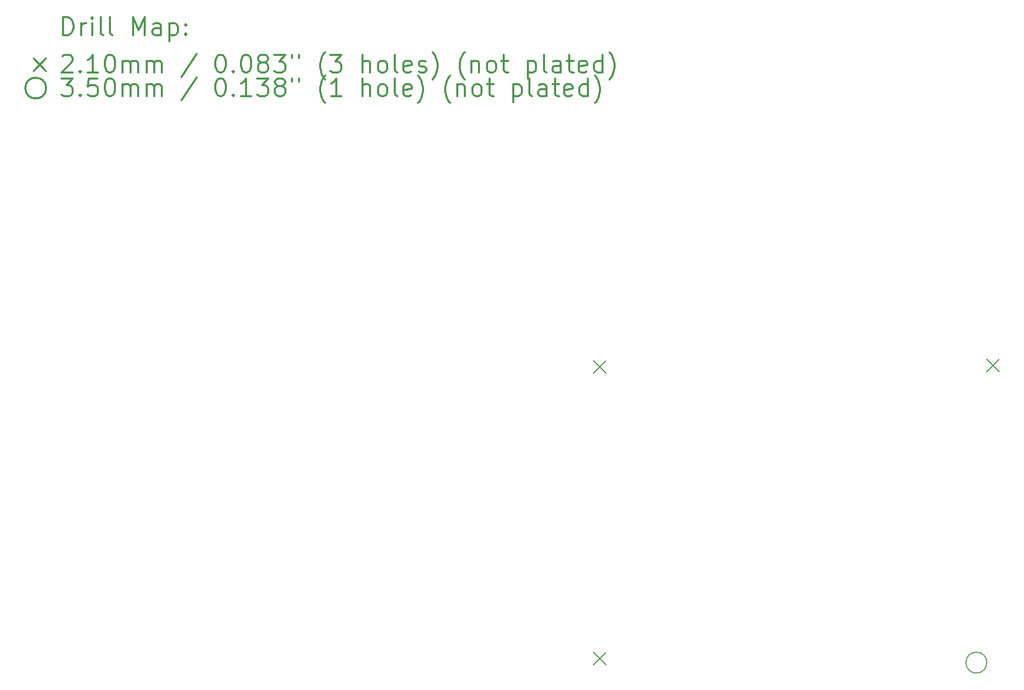
<source format=gbr>
%FSLAX45Y45*%
G04 Gerber Fmt 4.5, Leading zero omitted, Abs format (unit mm)*
G04 Created by KiCad (PCBNEW (5.1.5)-3) date 2021-01-27 22:26:40*
%MOMM*%
%LPD*%
G04 APERTURE LIST*
%ADD10C,0.200000*%
%ADD11C,0.300000*%
G04 APERTURE END LIST*
D10*
X9191400Y-5940200D02*
X9401400Y-6150200D01*
X9401400Y-5940200D02*
X9191400Y-6150200D01*
X15795400Y-5914800D02*
X16005400Y-6124800D01*
X16005400Y-5914800D02*
X15795400Y-6124800D01*
X9191400Y-10842400D02*
X9401400Y-11052400D01*
X9401400Y-10842400D02*
X9191400Y-11052400D01*
X15796000Y-11013200D02*
G75*
G03X15796000Y-11013200I-175000J0D01*
G01*
D11*
X286429Y-465714D02*
X286429Y-165714D01*
X357857Y-165714D01*
X400714Y-180000D01*
X429286Y-208571D01*
X443571Y-237143D01*
X457857Y-294286D01*
X457857Y-337143D01*
X443571Y-394286D01*
X429286Y-422857D01*
X400714Y-451428D01*
X357857Y-465714D01*
X286429Y-465714D01*
X586429Y-465714D02*
X586429Y-265714D01*
X586429Y-322857D02*
X600714Y-294286D01*
X615000Y-280000D01*
X643571Y-265714D01*
X672143Y-265714D01*
X772143Y-465714D02*
X772143Y-265714D01*
X772143Y-165714D02*
X757857Y-180000D01*
X772143Y-194286D01*
X786428Y-180000D01*
X772143Y-165714D01*
X772143Y-194286D01*
X957857Y-465714D02*
X929286Y-451428D01*
X915000Y-422857D01*
X915000Y-165714D01*
X1115000Y-465714D02*
X1086429Y-451428D01*
X1072143Y-422857D01*
X1072143Y-165714D01*
X1457857Y-465714D02*
X1457857Y-165714D01*
X1557857Y-380000D01*
X1657857Y-165714D01*
X1657857Y-465714D01*
X1929286Y-465714D02*
X1929286Y-308571D01*
X1915000Y-280000D01*
X1886428Y-265714D01*
X1829286Y-265714D01*
X1800714Y-280000D01*
X1929286Y-451428D02*
X1900714Y-465714D01*
X1829286Y-465714D01*
X1800714Y-451428D01*
X1786428Y-422857D01*
X1786428Y-394286D01*
X1800714Y-365714D01*
X1829286Y-351428D01*
X1900714Y-351428D01*
X1929286Y-337143D01*
X2072143Y-265714D02*
X2072143Y-565714D01*
X2072143Y-280000D02*
X2100714Y-265714D01*
X2157857Y-265714D01*
X2186429Y-280000D01*
X2200714Y-294286D01*
X2215000Y-322857D01*
X2215000Y-408571D01*
X2200714Y-437143D01*
X2186429Y-451428D01*
X2157857Y-465714D01*
X2100714Y-465714D01*
X2072143Y-451428D01*
X2343571Y-437143D02*
X2357857Y-451428D01*
X2343571Y-465714D01*
X2329286Y-451428D01*
X2343571Y-437143D01*
X2343571Y-465714D01*
X2343571Y-280000D02*
X2357857Y-294286D01*
X2343571Y-308571D01*
X2329286Y-294286D01*
X2343571Y-280000D01*
X2343571Y-308571D01*
X-210000Y-855000D02*
X0Y-1065000D01*
X0Y-855000D02*
X-210000Y-1065000D01*
X272143Y-824286D02*
X286429Y-810000D01*
X315000Y-795714D01*
X386428Y-795714D01*
X415000Y-810000D01*
X429286Y-824286D01*
X443571Y-852857D01*
X443571Y-881428D01*
X429286Y-924286D01*
X257857Y-1095714D01*
X443571Y-1095714D01*
X572143Y-1067143D02*
X586429Y-1081429D01*
X572143Y-1095714D01*
X557857Y-1081429D01*
X572143Y-1067143D01*
X572143Y-1095714D01*
X872143Y-1095714D02*
X700714Y-1095714D01*
X786428Y-1095714D02*
X786428Y-795714D01*
X757857Y-838571D01*
X729286Y-867143D01*
X700714Y-881428D01*
X1057857Y-795714D02*
X1086429Y-795714D01*
X1115000Y-810000D01*
X1129286Y-824286D01*
X1143571Y-852857D01*
X1157857Y-910000D01*
X1157857Y-981428D01*
X1143571Y-1038571D01*
X1129286Y-1067143D01*
X1115000Y-1081429D01*
X1086429Y-1095714D01*
X1057857Y-1095714D01*
X1029286Y-1081429D01*
X1015000Y-1067143D01*
X1000714Y-1038571D01*
X986428Y-981428D01*
X986428Y-910000D01*
X1000714Y-852857D01*
X1015000Y-824286D01*
X1029286Y-810000D01*
X1057857Y-795714D01*
X1286429Y-1095714D02*
X1286429Y-895714D01*
X1286429Y-924286D02*
X1300714Y-910000D01*
X1329286Y-895714D01*
X1372143Y-895714D01*
X1400714Y-910000D01*
X1415000Y-938571D01*
X1415000Y-1095714D01*
X1415000Y-938571D02*
X1429286Y-910000D01*
X1457857Y-895714D01*
X1500714Y-895714D01*
X1529286Y-910000D01*
X1543571Y-938571D01*
X1543571Y-1095714D01*
X1686428Y-1095714D02*
X1686428Y-895714D01*
X1686428Y-924286D02*
X1700714Y-910000D01*
X1729286Y-895714D01*
X1772143Y-895714D01*
X1800714Y-910000D01*
X1815000Y-938571D01*
X1815000Y-1095714D01*
X1815000Y-938571D02*
X1829286Y-910000D01*
X1857857Y-895714D01*
X1900714Y-895714D01*
X1929286Y-910000D01*
X1943571Y-938571D01*
X1943571Y-1095714D01*
X2529286Y-781428D02*
X2272143Y-1167143D01*
X2915000Y-795714D02*
X2943571Y-795714D01*
X2972143Y-810000D01*
X2986428Y-824286D01*
X3000714Y-852857D01*
X3015000Y-910000D01*
X3015000Y-981428D01*
X3000714Y-1038571D01*
X2986428Y-1067143D01*
X2972143Y-1081429D01*
X2943571Y-1095714D01*
X2915000Y-1095714D01*
X2886428Y-1081429D01*
X2872143Y-1067143D01*
X2857857Y-1038571D01*
X2843571Y-981428D01*
X2843571Y-910000D01*
X2857857Y-852857D01*
X2872143Y-824286D01*
X2886428Y-810000D01*
X2915000Y-795714D01*
X3143571Y-1067143D02*
X3157857Y-1081429D01*
X3143571Y-1095714D01*
X3129286Y-1081429D01*
X3143571Y-1067143D01*
X3143571Y-1095714D01*
X3343571Y-795714D02*
X3372143Y-795714D01*
X3400714Y-810000D01*
X3415000Y-824286D01*
X3429286Y-852857D01*
X3443571Y-910000D01*
X3443571Y-981428D01*
X3429286Y-1038571D01*
X3415000Y-1067143D01*
X3400714Y-1081429D01*
X3372143Y-1095714D01*
X3343571Y-1095714D01*
X3315000Y-1081429D01*
X3300714Y-1067143D01*
X3286428Y-1038571D01*
X3272143Y-981428D01*
X3272143Y-910000D01*
X3286428Y-852857D01*
X3300714Y-824286D01*
X3315000Y-810000D01*
X3343571Y-795714D01*
X3615000Y-924286D02*
X3586428Y-910000D01*
X3572143Y-895714D01*
X3557857Y-867143D01*
X3557857Y-852857D01*
X3572143Y-824286D01*
X3586428Y-810000D01*
X3615000Y-795714D01*
X3672143Y-795714D01*
X3700714Y-810000D01*
X3715000Y-824286D01*
X3729286Y-852857D01*
X3729286Y-867143D01*
X3715000Y-895714D01*
X3700714Y-910000D01*
X3672143Y-924286D01*
X3615000Y-924286D01*
X3586428Y-938571D01*
X3572143Y-952857D01*
X3557857Y-981428D01*
X3557857Y-1038571D01*
X3572143Y-1067143D01*
X3586428Y-1081429D01*
X3615000Y-1095714D01*
X3672143Y-1095714D01*
X3700714Y-1081429D01*
X3715000Y-1067143D01*
X3729286Y-1038571D01*
X3729286Y-981428D01*
X3715000Y-952857D01*
X3700714Y-938571D01*
X3672143Y-924286D01*
X3829286Y-795714D02*
X4015000Y-795714D01*
X3915000Y-910000D01*
X3957857Y-910000D01*
X3986428Y-924286D01*
X4000714Y-938571D01*
X4015000Y-967143D01*
X4015000Y-1038571D01*
X4000714Y-1067143D01*
X3986428Y-1081429D01*
X3957857Y-1095714D01*
X3872143Y-1095714D01*
X3843571Y-1081429D01*
X3829286Y-1067143D01*
X4129286Y-795714D02*
X4129286Y-852857D01*
X4243571Y-795714D02*
X4243571Y-852857D01*
X4686429Y-1210000D02*
X4672143Y-1195714D01*
X4643571Y-1152857D01*
X4629286Y-1124286D01*
X4615000Y-1081429D01*
X4600714Y-1010000D01*
X4600714Y-952857D01*
X4615000Y-881428D01*
X4629286Y-838571D01*
X4643571Y-810000D01*
X4672143Y-767143D01*
X4686429Y-752857D01*
X4772143Y-795714D02*
X4957857Y-795714D01*
X4857857Y-910000D01*
X4900714Y-910000D01*
X4929286Y-924286D01*
X4943571Y-938571D01*
X4957857Y-967143D01*
X4957857Y-1038571D01*
X4943571Y-1067143D01*
X4929286Y-1081429D01*
X4900714Y-1095714D01*
X4815000Y-1095714D01*
X4786429Y-1081429D01*
X4772143Y-1067143D01*
X5315000Y-1095714D02*
X5315000Y-795714D01*
X5443571Y-1095714D02*
X5443571Y-938571D01*
X5429286Y-910000D01*
X5400714Y-895714D01*
X5357857Y-895714D01*
X5329286Y-910000D01*
X5315000Y-924286D01*
X5629286Y-1095714D02*
X5600714Y-1081429D01*
X5586429Y-1067143D01*
X5572143Y-1038571D01*
X5572143Y-952857D01*
X5586429Y-924286D01*
X5600714Y-910000D01*
X5629286Y-895714D01*
X5672143Y-895714D01*
X5700714Y-910000D01*
X5715000Y-924286D01*
X5729286Y-952857D01*
X5729286Y-1038571D01*
X5715000Y-1067143D01*
X5700714Y-1081429D01*
X5672143Y-1095714D01*
X5629286Y-1095714D01*
X5900714Y-1095714D02*
X5872143Y-1081429D01*
X5857857Y-1052857D01*
X5857857Y-795714D01*
X6129286Y-1081429D02*
X6100714Y-1095714D01*
X6043571Y-1095714D01*
X6015000Y-1081429D01*
X6000714Y-1052857D01*
X6000714Y-938571D01*
X6015000Y-910000D01*
X6043571Y-895714D01*
X6100714Y-895714D01*
X6129286Y-910000D01*
X6143571Y-938571D01*
X6143571Y-967143D01*
X6000714Y-995714D01*
X6257857Y-1081429D02*
X6286428Y-1095714D01*
X6343571Y-1095714D01*
X6372143Y-1081429D01*
X6386428Y-1052857D01*
X6386428Y-1038571D01*
X6372143Y-1010000D01*
X6343571Y-995714D01*
X6300714Y-995714D01*
X6272143Y-981428D01*
X6257857Y-952857D01*
X6257857Y-938571D01*
X6272143Y-910000D01*
X6300714Y-895714D01*
X6343571Y-895714D01*
X6372143Y-910000D01*
X6486428Y-1210000D02*
X6500714Y-1195714D01*
X6529286Y-1152857D01*
X6543571Y-1124286D01*
X6557857Y-1081429D01*
X6572143Y-1010000D01*
X6572143Y-952857D01*
X6557857Y-881428D01*
X6543571Y-838571D01*
X6529286Y-810000D01*
X6500714Y-767143D01*
X6486428Y-752857D01*
X7029286Y-1210000D02*
X7015000Y-1195714D01*
X6986428Y-1152857D01*
X6972143Y-1124286D01*
X6957857Y-1081429D01*
X6943571Y-1010000D01*
X6943571Y-952857D01*
X6957857Y-881428D01*
X6972143Y-838571D01*
X6986428Y-810000D01*
X7015000Y-767143D01*
X7029286Y-752857D01*
X7143571Y-895714D02*
X7143571Y-1095714D01*
X7143571Y-924286D02*
X7157857Y-910000D01*
X7186428Y-895714D01*
X7229286Y-895714D01*
X7257857Y-910000D01*
X7272143Y-938571D01*
X7272143Y-1095714D01*
X7457857Y-1095714D02*
X7429286Y-1081429D01*
X7415000Y-1067143D01*
X7400714Y-1038571D01*
X7400714Y-952857D01*
X7415000Y-924286D01*
X7429286Y-910000D01*
X7457857Y-895714D01*
X7500714Y-895714D01*
X7529286Y-910000D01*
X7543571Y-924286D01*
X7557857Y-952857D01*
X7557857Y-1038571D01*
X7543571Y-1067143D01*
X7529286Y-1081429D01*
X7500714Y-1095714D01*
X7457857Y-1095714D01*
X7643571Y-895714D02*
X7757857Y-895714D01*
X7686428Y-795714D02*
X7686428Y-1052857D01*
X7700714Y-1081429D01*
X7729286Y-1095714D01*
X7757857Y-1095714D01*
X8086428Y-895714D02*
X8086428Y-1195714D01*
X8086428Y-910000D02*
X8115000Y-895714D01*
X8172143Y-895714D01*
X8200714Y-910000D01*
X8215000Y-924286D01*
X8229286Y-952857D01*
X8229286Y-1038571D01*
X8215000Y-1067143D01*
X8200714Y-1081429D01*
X8172143Y-1095714D01*
X8115000Y-1095714D01*
X8086428Y-1081429D01*
X8400714Y-1095714D02*
X8372143Y-1081429D01*
X8357857Y-1052857D01*
X8357857Y-795714D01*
X8643571Y-1095714D02*
X8643571Y-938571D01*
X8629286Y-910000D01*
X8600714Y-895714D01*
X8543571Y-895714D01*
X8515000Y-910000D01*
X8643571Y-1081429D02*
X8615000Y-1095714D01*
X8543571Y-1095714D01*
X8515000Y-1081429D01*
X8500714Y-1052857D01*
X8500714Y-1024286D01*
X8515000Y-995714D01*
X8543571Y-981428D01*
X8615000Y-981428D01*
X8643571Y-967143D01*
X8743571Y-895714D02*
X8857857Y-895714D01*
X8786429Y-795714D02*
X8786429Y-1052857D01*
X8800714Y-1081429D01*
X8829286Y-1095714D01*
X8857857Y-1095714D01*
X9072143Y-1081429D02*
X9043571Y-1095714D01*
X8986429Y-1095714D01*
X8957857Y-1081429D01*
X8943571Y-1052857D01*
X8943571Y-938571D01*
X8957857Y-910000D01*
X8986429Y-895714D01*
X9043571Y-895714D01*
X9072143Y-910000D01*
X9086429Y-938571D01*
X9086429Y-967143D01*
X8943571Y-995714D01*
X9343571Y-1095714D02*
X9343571Y-795714D01*
X9343571Y-1081429D02*
X9315000Y-1095714D01*
X9257857Y-1095714D01*
X9229286Y-1081429D01*
X9215000Y-1067143D01*
X9200714Y-1038571D01*
X9200714Y-952857D01*
X9215000Y-924286D01*
X9229286Y-910000D01*
X9257857Y-895714D01*
X9315000Y-895714D01*
X9343571Y-910000D01*
X9457857Y-1210000D02*
X9472143Y-1195714D01*
X9500714Y-1152857D01*
X9515000Y-1124286D01*
X9529286Y-1081429D01*
X9543571Y-1010000D01*
X9543571Y-952857D01*
X9529286Y-881428D01*
X9515000Y-838571D01*
X9500714Y-810000D01*
X9472143Y-767143D01*
X9457857Y-752857D01*
X0Y-1356000D02*
G75*
G03X0Y-1356000I-175000J0D01*
G01*
X257857Y-1191714D02*
X443571Y-1191714D01*
X343571Y-1306000D01*
X386428Y-1306000D01*
X415000Y-1320286D01*
X429286Y-1334571D01*
X443571Y-1363143D01*
X443571Y-1434571D01*
X429286Y-1463143D01*
X415000Y-1477428D01*
X386428Y-1491714D01*
X300714Y-1491714D01*
X272143Y-1477428D01*
X257857Y-1463143D01*
X572143Y-1463143D02*
X586429Y-1477428D01*
X572143Y-1491714D01*
X557857Y-1477428D01*
X572143Y-1463143D01*
X572143Y-1491714D01*
X857857Y-1191714D02*
X715000Y-1191714D01*
X700714Y-1334571D01*
X715000Y-1320286D01*
X743571Y-1306000D01*
X815000Y-1306000D01*
X843571Y-1320286D01*
X857857Y-1334571D01*
X872143Y-1363143D01*
X872143Y-1434571D01*
X857857Y-1463143D01*
X843571Y-1477428D01*
X815000Y-1491714D01*
X743571Y-1491714D01*
X715000Y-1477428D01*
X700714Y-1463143D01*
X1057857Y-1191714D02*
X1086429Y-1191714D01*
X1115000Y-1206000D01*
X1129286Y-1220286D01*
X1143571Y-1248857D01*
X1157857Y-1306000D01*
X1157857Y-1377429D01*
X1143571Y-1434571D01*
X1129286Y-1463143D01*
X1115000Y-1477428D01*
X1086429Y-1491714D01*
X1057857Y-1491714D01*
X1029286Y-1477428D01*
X1015000Y-1463143D01*
X1000714Y-1434571D01*
X986428Y-1377429D01*
X986428Y-1306000D01*
X1000714Y-1248857D01*
X1015000Y-1220286D01*
X1029286Y-1206000D01*
X1057857Y-1191714D01*
X1286429Y-1491714D02*
X1286429Y-1291714D01*
X1286429Y-1320286D02*
X1300714Y-1306000D01*
X1329286Y-1291714D01*
X1372143Y-1291714D01*
X1400714Y-1306000D01*
X1415000Y-1334571D01*
X1415000Y-1491714D01*
X1415000Y-1334571D02*
X1429286Y-1306000D01*
X1457857Y-1291714D01*
X1500714Y-1291714D01*
X1529286Y-1306000D01*
X1543571Y-1334571D01*
X1543571Y-1491714D01*
X1686428Y-1491714D02*
X1686428Y-1291714D01*
X1686428Y-1320286D02*
X1700714Y-1306000D01*
X1729286Y-1291714D01*
X1772143Y-1291714D01*
X1800714Y-1306000D01*
X1815000Y-1334571D01*
X1815000Y-1491714D01*
X1815000Y-1334571D02*
X1829286Y-1306000D01*
X1857857Y-1291714D01*
X1900714Y-1291714D01*
X1929286Y-1306000D01*
X1943571Y-1334571D01*
X1943571Y-1491714D01*
X2529286Y-1177429D02*
X2272143Y-1563143D01*
X2915000Y-1191714D02*
X2943571Y-1191714D01*
X2972143Y-1206000D01*
X2986428Y-1220286D01*
X3000714Y-1248857D01*
X3015000Y-1306000D01*
X3015000Y-1377429D01*
X3000714Y-1434571D01*
X2986428Y-1463143D01*
X2972143Y-1477428D01*
X2943571Y-1491714D01*
X2915000Y-1491714D01*
X2886428Y-1477428D01*
X2872143Y-1463143D01*
X2857857Y-1434571D01*
X2843571Y-1377429D01*
X2843571Y-1306000D01*
X2857857Y-1248857D01*
X2872143Y-1220286D01*
X2886428Y-1206000D01*
X2915000Y-1191714D01*
X3143571Y-1463143D02*
X3157857Y-1477428D01*
X3143571Y-1491714D01*
X3129286Y-1477428D01*
X3143571Y-1463143D01*
X3143571Y-1491714D01*
X3443571Y-1491714D02*
X3272143Y-1491714D01*
X3357857Y-1491714D02*
X3357857Y-1191714D01*
X3329286Y-1234571D01*
X3300714Y-1263143D01*
X3272143Y-1277429D01*
X3543571Y-1191714D02*
X3729286Y-1191714D01*
X3629286Y-1306000D01*
X3672143Y-1306000D01*
X3700714Y-1320286D01*
X3715000Y-1334571D01*
X3729286Y-1363143D01*
X3729286Y-1434571D01*
X3715000Y-1463143D01*
X3700714Y-1477428D01*
X3672143Y-1491714D01*
X3586428Y-1491714D01*
X3557857Y-1477428D01*
X3543571Y-1463143D01*
X3900714Y-1320286D02*
X3872143Y-1306000D01*
X3857857Y-1291714D01*
X3843571Y-1263143D01*
X3843571Y-1248857D01*
X3857857Y-1220286D01*
X3872143Y-1206000D01*
X3900714Y-1191714D01*
X3957857Y-1191714D01*
X3986428Y-1206000D01*
X4000714Y-1220286D01*
X4015000Y-1248857D01*
X4015000Y-1263143D01*
X4000714Y-1291714D01*
X3986428Y-1306000D01*
X3957857Y-1320286D01*
X3900714Y-1320286D01*
X3872143Y-1334571D01*
X3857857Y-1348857D01*
X3843571Y-1377429D01*
X3843571Y-1434571D01*
X3857857Y-1463143D01*
X3872143Y-1477428D01*
X3900714Y-1491714D01*
X3957857Y-1491714D01*
X3986428Y-1477428D01*
X4000714Y-1463143D01*
X4015000Y-1434571D01*
X4015000Y-1377429D01*
X4000714Y-1348857D01*
X3986428Y-1334571D01*
X3957857Y-1320286D01*
X4129286Y-1191714D02*
X4129286Y-1248857D01*
X4243571Y-1191714D02*
X4243571Y-1248857D01*
X4686429Y-1606000D02*
X4672143Y-1591714D01*
X4643571Y-1548857D01*
X4629286Y-1520286D01*
X4615000Y-1477428D01*
X4600714Y-1406000D01*
X4600714Y-1348857D01*
X4615000Y-1277429D01*
X4629286Y-1234571D01*
X4643571Y-1206000D01*
X4672143Y-1163143D01*
X4686429Y-1148857D01*
X4957857Y-1491714D02*
X4786429Y-1491714D01*
X4872143Y-1491714D02*
X4872143Y-1191714D01*
X4843571Y-1234571D01*
X4815000Y-1263143D01*
X4786429Y-1277429D01*
X5315000Y-1491714D02*
X5315000Y-1191714D01*
X5443571Y-1491714D02*
X5443571Y-1334571D01*
X5429286Y-1306000D01*
X5400714Y-1291714D01*
X5357857Y-1291714D01*
X5329286Y-1306000D01*
X5315000Y-1320286D01*
X5629286Y-1491714D02*
X5600714Y-1477428D01*
X5586429Y-1463143D01*
X5572143Y-1434571D01*
X5572143Y-1348857D01*
X5586429Y-1320286D01*
X5600714Y-1306000D01*
X5629286Y-1291714D01*
X5672143Y-1291714D01*
X5700714Y-1306000D01*
X5715000Y-1320286D01*
X5729286Y-1348857D01*
X5729286Y-1434571D01*
X5715000Y-1463143D01*
X5700714Y-1477428D01*
X5672143Y-1491714D01*
X5629286Y-1491714D01*
X5900714Y-1491714D02*
X5872143Y-1477428D01*
X5857857Y-1448857D01*
X5857857Y-1191714D01*
X6129286Y-1477428D02*
X6100714Y-1491714D01*
X6043571Y-1491714D01*
X6015000Y-1477428D01*
X6000714Y-1448857D01*
X6000714Y-1334571D01*
X6015000Y-1306000D01*
X6043571Y-1291714D01*
X6100714Y-1291714D01*
X6129286Y-1306000D01*
X6143571Y-1334571D01*
X6143571Y-1363143D01*
X6000714Y-1391714D01*
X6243571Y-1606000D02*
X6257857Y-1591714D01*
X6286428Y-1548857D01*
X6300714Y-1520286D01*
X6315000Y-1477428D01*
X6329286Y-1406000D01*
X6329286Y-1348857D01*
X6315000Y-1277429D01*
X6300714Y-1234571D01*
X6286428Y-1206000D01*
X6257857Y-1163143D01*
X6243571Y-1148857D01*
X6786428Y-1606000D02*
X6772143Y-1591714D01*
X6743571Y-1548857D01*
X6729286Y-1520286D01*
X6715000Y-1477428D01*
X6700714Y-1406000D01*
X6700714Y-1348857D01*
X6715000Y-1277429D01*
X6729286Y-1234571D01*
X6743571Y-1206000D01*
X6772143Y-1163143D01*
X6786428Y-1148857D01*
X6900714Y-1291714D02*
X6900714Y-1491714D01*
X6900714Y-1320286D02*
X6915000Y-1306000D01*
X6943571Y-1291714D01*
X6986428Y-1291714D01*
X7015000Y-1306000D01*
X7029286Y-1334571D01*
X7029286Y-1491714D01*
X7215000Y-1491714D02*
X7186428Y-1477428D01*
X7172143Y-1463143D01*
X7157857Y-1434571D01*
X7157857Y-1348857D01*
X7172143Y-1320286D01*
X7186428Y-1306000D01*
X7215000Y-1291714D01*
X7257857Y-1291714D01*
X7286428Y-1306000D01*
X7300714Y-1320286D01*
X7315000Y-1348857D01*
X7315000Y-1434571D01*
X7300714Y-1463143D01*
X7286428Y-1477428D01*
X7257857Y-1491714D01*
X7215000Y-1491714D01*
X7400714Y-1291714D02*
X7515000Y-1291714D01*
X7443571Y-1191714D02*
X7443571Y-1448857D01*
X7457857Y-1477428D01*
X7486428Y-1491714D01*
X7515000Y-1491714D01*
X7843571Y-1291714D02*
X7843571Y-1591714D01*
X7843571Y-1306000D02*
X7872143Y-1291714D01*
X7929286Y-1291714D01*
X7957857Y-1306000D01*
X7972143Y-1320286D01*
X7986428Y-1348857D01*
X7986428Y-1434571D01*
X7972143Y-1463143D01*
X7957857Y-1477428D01*
X7929286Y-1491714D01*
X7872143Y-1491714D01*
X7843571Y-1477428D01*
X8157857Y-1491714D02*
X8129286Y-1477428D01*
X8115000Y-1448857D01*
X8115000Y-1191714D01*
X8400714Y-1491714D02*
X8400714Y-1334571D01*
X8386428Y-1306000D01*
X8357857Y-1291714D01*
X8300714Y-1291714D01*
X8272143Y-1306000D01*
X8400714Y-1477428D02*
X8372143Y-1491714D01*
X8300714Y-1491714D01*
X8272143Y-1477428D01*
X8257857Y-1448857D01*
X8257857Y-1420286D01*
X8272143Y-1391714D01*
X8300714Y-1377429D01*
X8372143Y-1377429D01*
X8400714Y-1363143D01*
X8500714Y-1291714D02*
X8615000Y-1291714D01*
X8543571Y-1191714D02*
X8543571Y-1448857D01*
X8557857Y-1477428D01*
X8586429Y-1491714D01*
X8615000Y-1491714D01*
X8829286Y-1477428D02*
X8800714Y-1491714D01*
X8743571Y-1491714D01*
X8715000Y-1477428D01*
X8700714Y-1448857D01*
X8700714Y-1334571D01*
X8715000Y-1306000D01*
X8743571Y-1291714D01*
X8800714Y-1291714D01*
X8829286Y-1306000D01*
X8843571Y-1334571D01*
X8843571Y-1363143D01*
X8700714Y-1391714D01*
X9100714Y-1491714D02*
X9100714Y-1191714D01*
X9100714Y-1477428D02*
X9072143Y-1491714D01*
X9015000Y-1491714D01*
X8986429Y-1477428D01*
X8972143Y-1463143D01*
X8957857Y-1434571D01*
X8957857Y-1348857D01*
X8972143Y-1320286D01*
X8986429Y-1306000D01*
X9015000Y-1291714D01*
X9072143Y-1291714D01*
X9100714Y-1306000D01*
X9215000Y-1606000D02*
X9229286Y-1591714D01*
X9257857Y-1548857D01*
X9272143Y-1520286D01*
X9286429Y-1477428D01*
X9300714Y-1406000D01*
X9300714Y-1348857D01*
X9286429Y-1277429D01*
X9272143Y-1234571D01*
X9257857Y-1206000D01*
X9229286Y-1163143D01*
X9215000Y-1148857D01*
M02*

</source>
